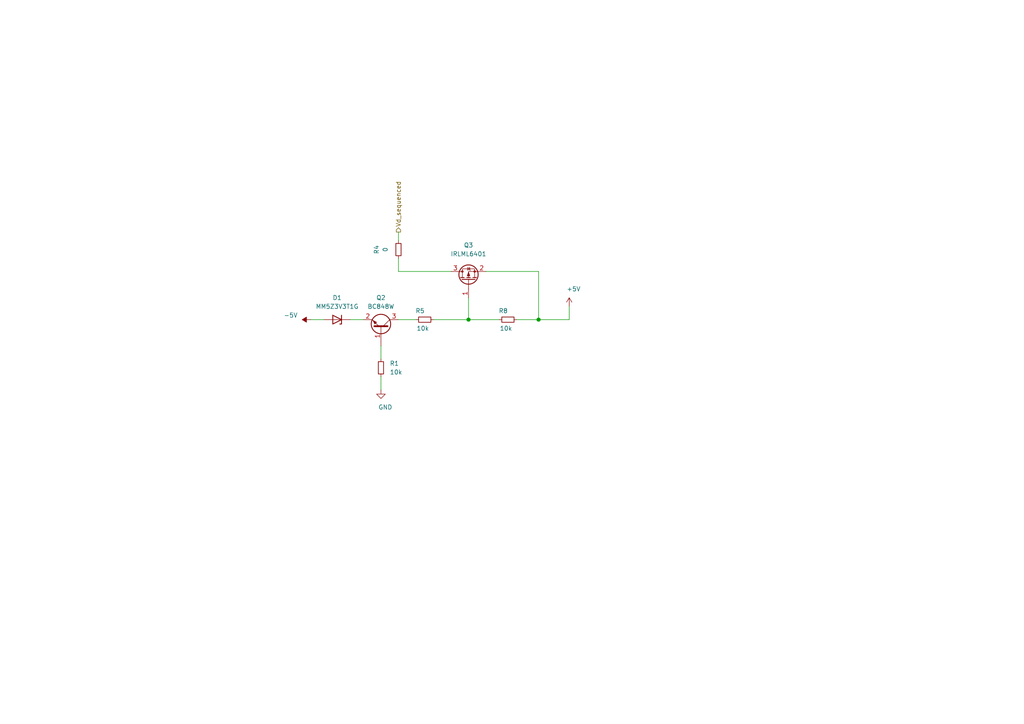
<source format=kicad_sch>
(kicad_sch (version 20210126) (generator eeschema)
  (paper "A4")
  (lib_symbols
    (symbol "Device:R_Small" (pin_numbers hide) (pin_names (offset 0.254) hide)
      (property "Reference" "R" (at 0.762 0.508 0))
      (property "Value" "R_Small" (at 0.762 -1.016 0))
      (symbol "R_Small_0_1"
        (rectangle (start -0.762 1.778) (end 0.762 -1.778) (stroke (width 0.2032)))
      )
      (symbol "R_Small_1_1"
        (pin passive line (at 0 2.54 270) (length 0.762) (name "~") (number "1"))
        (pin passive line (at 0 -2.54 90) (length 0.762) (name "~") (number "2"))
      )
    )
    (symbol "Diode:MM5Zxx" (pin_numbers hide) (pin_names (offset 1.016) hide)
      (property "Reference" "D" (at 0 2.54 0))
      (property "Value" "MM5Zxx" (at 0 -2.54 0))
      (symbol "MM5Zxx_0_1"
        (polyline (pts (xy 1.27 0) (xy -1.27 0)))
        (polyline (pts (xy -1.27 -1.27) (xy -1.27 1.27) (xy -0.762 1.27)) (stroke (width 0.254)))
        (polyline (pts (xy 1.27 -1.27) (xy 1.27 1.27) (xy -1.27 0) (xy 1.27 -1.27)) (stroke (width 0.254)))
      )
      (symbol "MM5Zxx_1_1"
        (pin passive line (at -3.81 0 0) (length 2.54) (name "K") (number "1"))
        (pin passive line (at 3.81 0 180) (length 2.54) (name "A") (number "2"))
      )
    )
    (symbol "Transistor_BJT:BC848W" (pin_names (offset 0) hide)
      (property "Reference" "Q" (at 5.08 1.905 0))
      (property "Value" "BC848W" (at 5.08 0 0))
      (symbol "BC848W_0_1"
        (circle (center 1.27 0) (radius 2.8194) (stroke (width 0.254)))
        (polyline (pts (xy 0.635 0.635) (xy 2.54 2.54)))
        (polyline (pts (xy 0.635 -0.635) (xy 2.54 -2.54) (xy 2.54 -2.54)))
        (polyline (pts (xy 0.635 1.905) (xy 0.635 -1.905) (xy 0.635 -1.905)) (stroke (width 0.508)))
        (polyline (pts (xy 1.27 -1.778) (xy 1.778 -1.27) (xy 2.286 -2.286) (xy 1.27 -1.778) (xy 1.27 -1.778)) (fill (type outline)))
      )
      (symbol "BC848W_1_1"
        (pin input line (at -5.08 0 0) (length 5.715) (name "B") (number "1"))
        (pin passive line (at 2.54 -5.08 90) (length 2.54) (name "E") (number "2"))
        (pin passive line (at 2.54 5.08 270) (length 2.54) (name "C") (number "3"))
      )
    )
    (symbol "Transistor_FET:IRLML6401" (pin_names hide)
      (property "Reference" "Q" (at 5.08 1.905 0))
      (property "Value" "IRLML6401" (at 5.08 0 0))
      (symbol "IRLML6401_0_1"
        (circle (center 1.651 0) (radius 2.794) (stroke (width 0.254)))
        (circle (center 2.54 -1.778) (radius 0.254) (fill (type outline)))
        (circle (center 2.54 1.778) (radius 0.254) (fill (type outline)))
        (polyline (pts (xy 0.254 0) (xy -2.54 0)))
        (polyline (pts (xy 0.254 1.905) (xy 0.254 -1.905)) (stroke (width 0.254)))
        (polyline (pts (xy 0.762 -1.27) (xy 0.762 -2.286)) (stroke (width 0.254)))
        (polyline (pts (xy 0.762 0.508) (xy 0.762 -0.508)) (stroke (width 0.254)))
        (polyline (pts (xy 0.762 2.286) (xy 0.762 1.27)) (stroke (width 0.254)))
        (polyline (pts (xy 2.54 2.54) (xy 2.54 1.778)))
        (polyline (pts (xy 2.54 -2.54) (xy 2.54 0) (xy 0.762 0)))
        (polyline (pts (xy 0.762 1.778) (xy 3.302 1.778) (xy 3.302 -1.778) (xy 0.762 -1.778)))
        (polyline (pts (xy 2.794 -0.508) (xy 2.921 -0.381) (xy 3.683 -0.381) (xy 3.81 -0.254)))
        (polyline (pts (xy 3.302 -0.381) (xy 2.921 0.254) (xy 3.683 0.254) (xy 3.302 -0.381)))
        (polyline (pts (xy 2.286 0) (xy 1.27 0.381) (xy 1.27 -0.381) (xy 2.286 0)) (fill (type outline)))
      )
      (symbol "IRLML6401_1_1"
        (pin input line (at -5.08 0 0) (length 2.54) (name "G") (number "1"))
        (pin passive line (at 2.54 -5.08 90) (length 2.54) (name "S") (number "2"))
        (pin passive line (at 2.54 5.08 270) (length 2.54) (name "D") (number "3"))
      )
    )
    (symbol "power:+5V" (power) (pin_names (offset 0))
      (property "Value" "+5V" (at 0 3.556 0))
      (symbol "+5V_0_1"
        (polyline (pts (xy -0.762 1.27) (xy 0 2.54)))
        (polyline (pts (xy 0 0) (xy 0 2.54)))
        (polyline (pts (xy 0 2.54) (xy 0.762 1.27)))
      )
      (symbol "+5V_1_1"
        (pin power_in line (at 0 0 90) (length 0) hide (name "+5V") (number "1"))
      )
    )
    (symbol "power:-5V" (power) (pin_names (offset 0))
      (property "Value" "-5V" (at 0 3.81 0))
      (symbol "-5V_0_0"
        (pin power_in line (at 0 0 90) (length 0) hide (name "-5V") (number "1"))
      )
      (symbol "-5V_0_1"
        (polyline (pts (xy 0 0) (xy 0 1.27) (xy 0.762 1.27) (xy 0 2.54) (xy -0.762 1.27) (xy 0 1.27)) (fill (type outline)))
      )
    )
    (symbol "power:GND" (power) (pin_names (offset 0))
      (property "Value" "GND" (at 0 -3.81 0))
      (symbol "GND_0_1"
        (polyline (pts (xy 0 0) (xy 0 -1.27) (xy 1.27 -1.27) (xy 0 -2.54) (xy -1.27 -1.27) (xy 0 -1.27)))
      )
      (symbol "GND_1_1"
        (pin power_in line (at 0 0 270) (length 0) hide (name "GND") (number "1"))
      )
    )
  )
  (junction (at 135.89 92.71) (diameter 1.016))
  (junction (at 156.21 92.71) (diameter 1.016))
  (wire (pts (xy 90.17 92.71) (xy 93.98 92.71)))
  (wire (pts (xy 101.6 92.71) (xy 105.41 92.71)))
  (wire (pts (xy 110.49 100.33) (xy 110.49 104.14)))
  (wire (pts (xy 110.49 109.22) (xy 110.49 113.03)))
  (wire (pts (xy 115.57 67.31) (xy 115.57 69.85)))
  (wire (pts (xy 115.57 74.93) (xy 115.57 78.74)))
  (wire (pts (xy 115.57 78.74) (xy 130.81 78.74)))
  (wire (pts (xy 115.57 92.71) (xy 120.65 92.71)))
  (wire (pts (xy 125.73 92.71) (xy 135.89 92.71)))
  (wire (pts (xy 135.89 92.71) (xy 135.89 86.36)))
  (wire (pts (xy 135.89 92.71) (xy 144.78 92.71)))
  (wire (pts (xy 140.97 78.74) (xy 156.21 78.74)))
  (wire (pts (xy 149.86 92.71) (xy 156.21 92.71)))
  (wire (pts (xy 156.21 78.74) (xy 156.21 92.71)))
  (wire (pts (xy 156.21 92.71) (xy 165.1 92.71)))
  (wire (pts (xy 165.1 92.71) (xy 165.1 88.9)))
  (hierarchical_label "Vd_sequenced" (shape output) (at 115.57 67.31 90))
  (symbol (lib_id "power:-5V") (at 90.17 92.71 90) (unit 1)
    (property "Reference" "#PWR01" (effects hide))
    (property "Value" "-5V" (at 86.36 91.44 90) (effects (justify left)))
  )
  (symbol (lib_id "power:+5V") (at 165.1 88.9 0) (unit 1)
    (property "Reference" "#PWR?" (effects hide))
    (property "Value" "+5V" (at 166.37 83.82 0))
  )
  (symbol (lib_id "power:GND") (at 110.49 113.03 0) (unit 1)
    (property "Reference" "#PWR02" (effects hide))
    (property "Value" "GND" (at 111.76 118.11 0))
  )
  (symbol (lib_id "Device:R_Small") (at 110.49 106.68 0) (unit 1)
    (property "Reference" "R1" (at 113.03 105.41 0) (effects (justify left)))
    (property "Value" "10k" (at 113.03 107.95 0) (effects (justify left)))
    (property "Footprint" "Resistor_SMD:R_0402_1005Metric" (effects hide))
  )
  (symbol (lib_id "Device:R_Small") (at 115.57 72.39 180) (unit 1)
    (property "Reference" "R4" (at 109.22 72.39 90))
    (property "Value" "0" (at 111.76 72.39 90))
    (property "Footprint" "Resistor_SMD:R_0402_1005Metric" (effects hide))
  )
  (symbol (lib_id "Device:R_Small") (at 123.19 92.71 90) (unit 1)
    (property "Reference" "R5" (at 123.19 90.17 90) (effects (justify left)))
    (property "Value" "10k" (at 124.46 95.25 90) (effects (justify left)))
    (property "Footprint" "Resistor_SMD:R_0402_1005Metric" (effects hide))
  )
  (symbol (lib_id "Device:R_Small") (at 147.32 92.71 90) (unit 1)
    (property "Reference" "R8" (at 147.32 90.17 90) (effects (justify left)))
    (property "Value" "10k" (at 148.59 95.25 90) (effects (justify left)))
    (property "Footprint" "Resistor_SMD:R_0402_1005Metric" (effects hide))
  )
  (symbol (lib_id "Diode:MM5Zxx") (at 97.79 92.71 180) (unit 1)
    (property "Reference" "D1" (at 97.79 86.36 0))
    (property "Value" "MM5Z3V3T1G" (at 97.79 88.9 0))
    (property "Footprint" "Diode_SMD:D_SOD-523" (effects hide))
    (property "Datasheet" "https://diotec.com/tl_files/diotec/files/pdf/datasheets/mm5z2v4.pdf" (effects hide))
  )
  (symbol (lib_id "Transistor_BJT:BC848W") (at 110.49 95.25 270) (mirror x) (unit 1)
    (property "Reference" "Q2" (at 110.49 86.36 90))
    (property "Value" "BC848W" (at 110.49 88.9 90))
    (property "Footprint" "Package_TO_SOT_SMD:SOT-323_SC-70" (effects hide))
    (property "Datasheet" "http://www.infineon.com/dgdl/Infineon-BC847SERIES_BC848SERIES_BC849SERIES_BC850SERIES-DS-v01_01-en.pdf?fileId=db3a304314dca389011541d4630a1657" (effects hide))
  )
  (symbol (lib_id "Transistor_FET:IRLML6401") (at 135.89 81.28 90) (unit 1)
    (property "Reference" "Q3" (at 135.89 71.12 90))
    (property "Value" "IRLML6401" (at 135.89 73.66 90))
    (property "Footprint" "Package_TO_SOT_SMD:SOT-23" (effects hide))
    (property "Datasheet" "https://www.infineon.com/dgdl/irlml6401pbf.pdf?fileId=5546d462533600a401535668b96d2634" (effects hide))
  )
)
</source>
